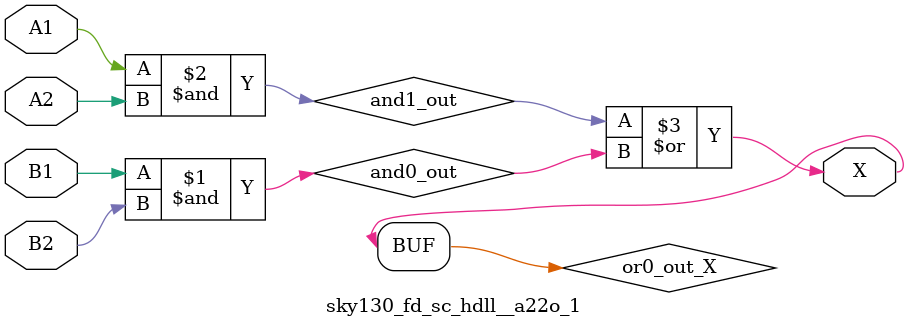
<source format=v>
/*
 * Copyright 2020 The SkyWater PDK Authors
 *
 * Licensed under the Apache License, Version 2.0 (the "License");
 * you may not use this file except in compliance with the License.
 * You may obtain a copy of the License at
 *
 *     https://www.apache.org/licenses/LICENSE-2.0
 *
 * Unless required by applicable law or agreed to in writing, software
 * distributed under the License is distributed on an "AS IS" BASIS,
 * WITHOUT WARRANTIES OR CONDITIONS OF ANY KIND, either express or implied.
 * See the License for the specific language governing permissions and
 * limitations under the License.
 *
 * SPDX-License-Identifier: Apache-2.0
*/


`ifndef SKY130_FD_SC_HDLL__A22O_1_FUNCTIONAL_V
`define SKY130_FD_SC_HDLL__A22O_1_FUNCTIONAL_V

/**
 * a22o: 2-input AND into both inputs of 2-input OR.
 *
 *       X = ((A1 & A2) | (B1 & B2))
 *
 * Verilog simulation functional model.
 */

`timescale 1ns / 1ps
`default_nettype none

`celldefine
module sky130_fd_sc_hdll__a22o_1 (
    X ,
    A1,
    A2,
    B1,
    B2
);

    // Module ports
    output X ;
    input  A1;
    input  A2;
    input  B1;
    input  B2;

    // Local signals
    wire and0_out ;
    wire and1_out ;
    wire or0_out_X;

    //  Name  Output     Other arguments
    and and0 (and0_out , B1, B2            );
    and and1 (and1_out , A1, A2            );
    or  or0  (or0_out_X, and1_out, and0_out);
    buf buf0 (X        , or0_out_X         );

endmodule
`endcelldefine

`default_nettype wire
`endif  // SKY130_FD_SC_HDLL__A22O_1_FUNCTIONAL_V

</source>
